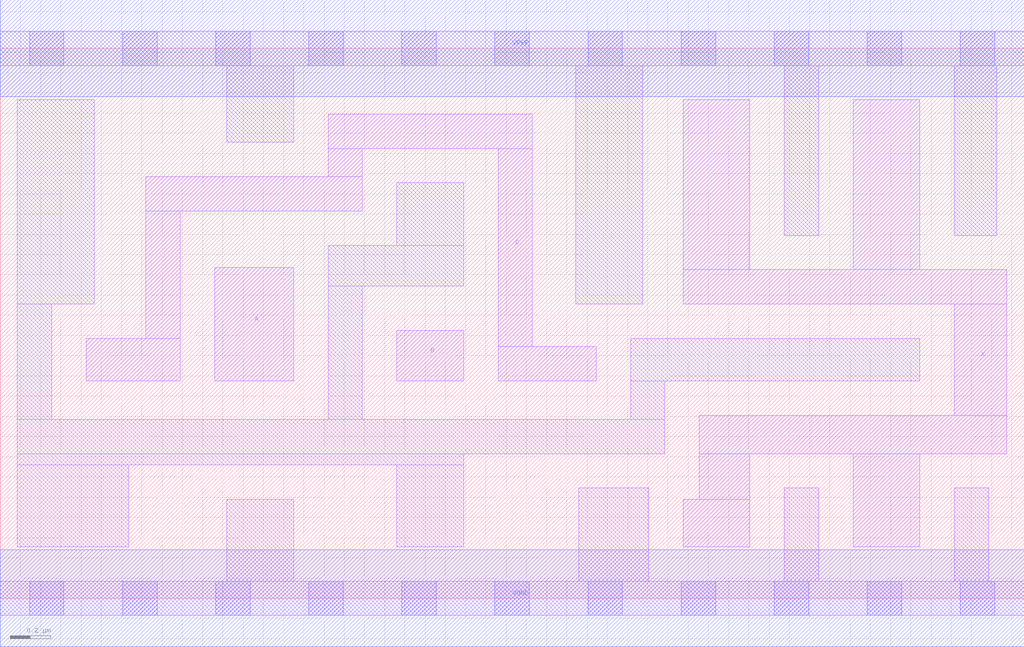
<source format=lef>
# Copyright 2020 The SkyWater PDK Authors
#
# Licensed under the Apache License, Version 2.0 (the "License");
# you may not use this file except in compliance with the License.
# You may obtain a copy of the License at
#
#     https://www.apache.org/licenses/LICENSE-2.0
#
# Unless required by applicable law or agreed to in writing, software
# distributed under the License is distributed on an "AS IS" BASIS,
# WITHOUT WARRANTIES OR CONDITIONS OF ANY KIND, either express or implied.
# See the License for the specific language governing permissions and
# limitations under the License.
#
# SPDX-License-Identifier: Apache-2.0

VERSION 5.7 ;
  NAMESCASESENSITIVE ON ;
  NOWIREEXTENSIONATPIN ON ;
  DIVIDERCHAR "/" ;
  BUSBITCHARS "[]" ;
UNITS
  DATABASE MICRONS 200 ;
END UNITS
MACRO sky130_fd_sc_hd__maj3_4
  CLASS CORE ;
  FOREIGN sky130_fd_sc_hd__maj3_4 ;
  ORIGIN  0.000000  0.000000 ;
  SIZE  5.060000 BY  2.720000 ;
  SYMMETRY X Y R90 ;
  SITE unithd ;
  PIN A
    ANTENNAGATEAREA  0.495000 ;
    DIRECTION INPUT ;
    USE SIGNAL ;
    PORT
      LAYER li1 ;
        RECT 1.060000 1.075000 1.450000 1.635000 ;
    END
  END A
  PIN B
    ANTENNAGATEAREA  0.495000 ;
    DIRECTION INPUT ;
    USE SIGNAL ;
    PORT
      LAYER li1 ;
        RECT 1.960000 1.075000 2.290000 1.325000 ;
    END
  END B
  PIN C
    ANTENNAGATEAREA  0.495000 ;
    DIRECTION INPUT ;
    USE SIGNAL ;
    PORT
      LAYER li1 ;
        RECT 0.425000 1.075000 0.890000 1.285000 ;
        RECT 0.720000 1.285000 0.890000 1.915000 ;
        RECT 0.720000 1.915000 1.790000 2.085000 ;
        RECT 1.620000 2.085000 1.790000 2.225000 ;
        RECT 1.620000 2.225000 2.630000 2.395000 ;
        RECT 2.460000 1.075000 2.945000 1.245000 ;
        RECT 2.460000 1.245000 2.630000 2.225000 ;
    END
  END C
  PIN X
    ANTENNADIFFAREA  0.891000 ;
    DIRECTION OUTPUT ;
    USE SIGNAL ;
    PORT
      LAYER li1 ;
        RECT 3.375000 0.255000 3.705000 0.490000 ;
        RECT 3.375000 1.455000 4.975000 1.625000 ;
        RECT 3.375000 1.625000 3.705000 2.465000 ;
        RECT 3.455000 0.490000 3.705000 0.715000 ;
        RECT 3.455000 0.715000 4.975000 0.905000 ;
        RECT 4.215000 0.255000 4.545000 0.715000 ;
        RECT 4.215000 1.625000 4.545000 2.465000 ;
        RECT 4.715000 0.905000 4.975000 1.455000 ;
    END
  END X
  PIN VGND
    DIRECTION INOUT ;
    SHAPE ABUTMENT ;
    USE GROUND ;
    PORT
      LAYER met1 ;
        RECT 0.000000 -0.240000 5.060000 0.240000 ;
    END
  END VGND
  PIN VPWR
    DIRECTION INOUT ;
    SHAPE ABUTMENT ;
    USE POWER ;
    PORT
      LAYER met1 ;
        RECT 0.000000 2.480000 5.060000 2.960000 ;
    END
  END VPWR
  OBS
    LAYER li1 ;
      RECT 0.000000 -0.085000 5.060000 0.085000 ;
      RECT 0.000000  2.635000 5.060000 2.805000 ;
      RECT 0.085000  0.255000 0.635000 0.660000 ;
      RECT 0.085000  0.660000 2.290000 0.715000 ;
      RECT 0.085000  0.715000 3.285000 0.885000 ;
      RECT 0.085000  0.885000 0.255000 1.455000 ;
      RECT 0.085000  1.455000 0.465000 2.465000 ;
      RECT 1.120000  0.085000 1.450000 0.490000 ;
      RECT 1.120000  2.255000 1.450000 2.635000 ;
      RECT 1.620000  0.885000 1.790000 1.545000 ;
      RECT 1.620000  1.545000 2.290000 1.745000 ;
      RECT 1.960000  0.255000 2.290000 0.660000 ;
      RECT 1.960000  1.745000 2.290000 2.055000 ;
      RECT 2.845000  1.455000 3.175000 2.635000 ;
      RECT 2.860000  0.085000 3.205000 0.545000 ;
      RECT 3.115000  0.885000 3.285000 1.075000 ;
      RECT 3.115000  1.075000 4.545000 1.285000 ;
      RECT 3.875000  0.085000 4.045000 0.545000 ;
      RECT 3.875000  1.795000 4.045000 2.635000 ;
      RECT 4.715000  0.085000 4.885000 0.545000 ;
      RECT 4.715000  1.795000 4.925000 2.635000 ;
    LAYER mcon ;
      RECT 0.145000 -0.085000 0.315000 0.085000 ;
      RECT 0.145000  2.635000 0.315000 2.805000 ;
      RECT 0.605000 -0.085000 0.775000 0.085000 ;
      RECT 0.605000  2.635000 0.775000 2.805000 ;
      RECT 1.065000 -0.085000 1.235000 0.085000 ;
      RECT 1.065000  2.635000 1.235000 2.805000 ;
      RECT 1.525000 -0.085000 1.695000 0.085000 ;
      RECT 1.525000  2.635000 1.695000 2.805000 ;
      RECT 1.985000 -0.085000 2.155000 0.085000 ;
      RECT 1.985000  2.635000 2.155000 2.805000 ;
      RECT 2.445000 -0.085000 2.615000 0.085000 ;
      RECT 2.445000  2.635000 2.615000 2.805000 ;
      RECT 2.905000 -0.085000 3.075000 0.085000 ;
      RECT 2.905000  2.635000 3.075000 2.805000 ;
      RECT 3.365000 -0.085000 3.535000 0.085000 ;
      RECT 3.365000  2.635000 3.535000 2.805000 ;
      RECT 3.825000 -0.085000 3.995000 0.085000 ;
      RECT 3.825000  2.635000 3.995000 2.805000 ;
      RECT 4.285000 -0.085000 4.455000 0.085000 ;
      RECT 4.285000  2.635000 4.455000 2.805000 ;
      RECT 4.745000 -0.085000 4.915000 0.085000 ;
      RECT 4.745000  2.635000 4.915000 2.805000 ;
  END
END sky130_fd_sc_hd__maj3_4
END LIBRARY

</source>
